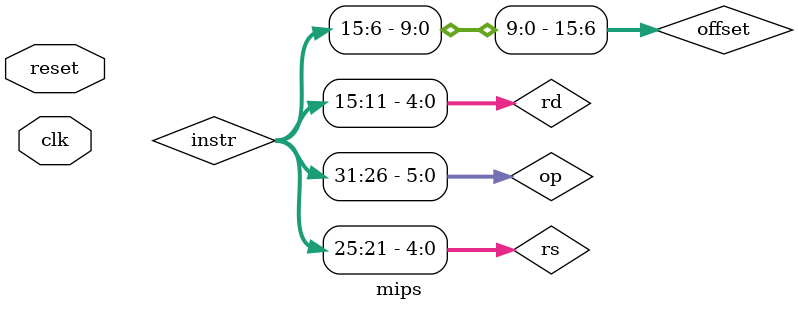
<source format=v>
`timescale 1ns / 1ps
module mips(
	input clk,
	input reset
   );
	wire [31:0]NPC;
	wire [31:0]instr;
	wire [2:0]NPCOp;
	wire Zero,L, G, L_E, G_E, NE;
	wire [31:0]RData1;
	wire [4:0]rs;
	wire [4:0]rt;
	wire [4:0]rd;
	wire [4:0]RegAddr;
	wire RegWrite;
	wire [31:0]RegData;
	wire [31:0]RData2;
	wire [31:0]B;
	wire [31:0]C;
	wire [1:0]ALUOp;
	wire [15:0]offset;
	wire [1:0]EXTOp;
	wire [31:0]EXT_out;
	wire ALUSrc;
	wire [1:0]RegDst;
	wire [31:0]Data_out;//DM_out
	wire [1:0]MemtoReg;//RegData->GPR source
	wire MemWrite;
	wire MemRead;
	wire [5:0]op;
	wire [5:0]func;
	wire[31:0]jalpc;
	//alu
	wire sltiu;
	wire less;
	wire [4:0]Branch;

	assign rs = instr[25:21];
	assign rt = instr[20:16];
	assign rd = instr[15:11];
	assign offset = instr[15:0];
	assign op = instr[31:26];
	assign func = instr [5:0];
	assign Branch= instr[20:16];
	//ifu
	ifu ifu_b(
		.clk(clk),
		.reset(reset),
		.offset_ext(EXT_out),
		.RData1(RData1),
		.instr_index(instr[25:0]),
		.NPCOp(NPCOp),
		.Zero(Zero),
		.L(L),
		.G(G),
		.L_E(L_E), 
		.G_E(G_E), 
		.NE(NE),
		.NPC(NPC),
		.instr(instr),
		.jalpc(jalpc)
	);
	//RegDst
	mux_rd mux_rd_b(
		.R2(rt),
		.RD(rd),
		.RegDst(RegDst),
		.RegAddr(RegAddr)
	);
	//GPR
	GPR GPR_b(
		.clk(clk),
		.reset(reset),
		.Rs(rs),
		.Rt(rt),
		.RegAddr(RegAddr),
		.RegWrite(RegWrite),
		.RegData(RegData),
		.jalpc(jalpc),
		.RData1(RData1),
		.RData2(RData2)	
	);
	//ALUSrc
	mux_ALUSrc mux_ALUSrc_b(
		.RD2(RData2),
		.EXT(EXT_out),
		.ALUSrc(ALUSrc),
		.ALU_B(B)
	);
	//alu
	alu alu_b(
		.ALU_A(RData1),
		.ALU_B(B),
		.ALUOP(ALUOp),
		.sltiu(sltiu),
		.ALU_C(C),
		.ALU_ZERO(Zero),
		.L(L),
		.G(G),
		.L_E(L_E), 
		.G_E(G_E), 
		.NE(NE),
		.less(less)
	);
	//ext
	ext ext_b(
		.Din(offset),
		.EXTOP(EXTOp),
		.Dout(EXT_out)	
	);
	//DM
	DM DM_b(
		.addr(C),
		.din(RData2),
		.we(MemWrite),
		.re(MemRead),
		.clk(clk),
		.reset(reset),
		.dout(Data_out)	
	);
	//MemtoReg
	mux_MemtoReg mux_MemtoReg_b(
		.result(C),
		.ReadData(Data_out),
		.PCLink(jalpc),
		.MemtoReg(MemtoReg),
		.less(less),
		.RegData(RegData)	
	);
	//controller
	controller controller_b(
		.op(op),
		.func(func),
		.Branch(Branch),
		.NPCOp(NPCOp),
		.ALUOp(ALUOp),
		.RegWrite(RegWrite),
		.EXTOp(EXTOp),
		.MemWrite(MemWrite),
		.RegDst(RegDst),
		.ALUSrc(ALUSrc),
		.MemtoReg(MemtoReg),
		.setLess(setLess)		
	);
endmodule

</source>
